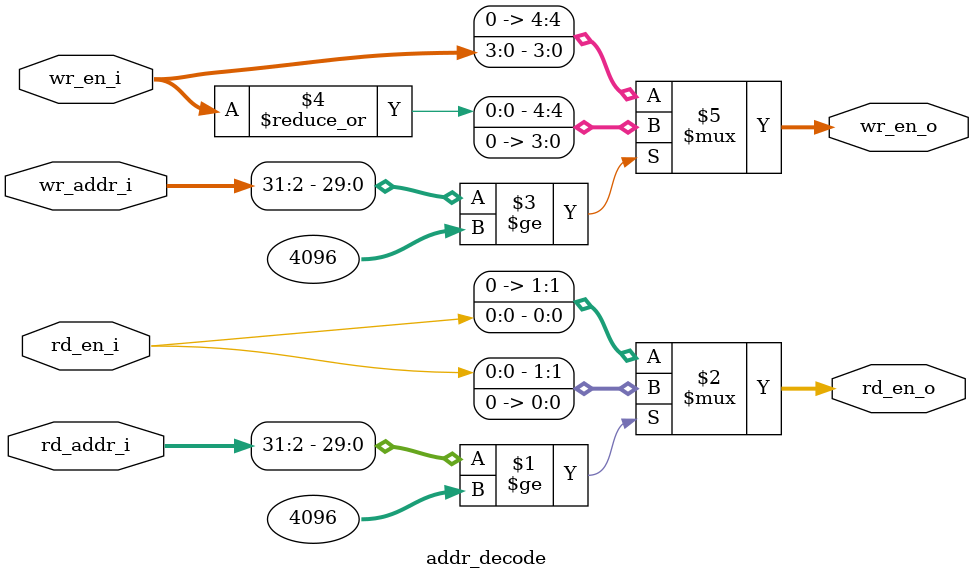
<source format=v>
/*  Ãû³Æ£ºaddr_decode
    ×÷ÓÃ£º¸ù¾ÝµØÖ·Ñ¡Ôñ·Ã´æÄ£¿é:0~4095 Êý¾Ý´æ´¢Æ÷    4096~4096+8 GPIO
    ÈÕÆÚ£º2024/11/29
    ×÷Õß£º¾°ÂÌ´¨ */
module addr_decode #(
    parameter DW = 'd32,
    parameter AW = 'd32,
    parameter ADDR_END1 = 'd4096
) (
    input rd_en_i,
    input [AW-1:0]rd_addr_i,
    
    input [3:0]wr_en_i,
    input [AW-1:0]wr_addr_i,

    output [1:0]rd_en_o,            // bit1:gpio rden    bit0:dataram rden
    output [4:0]wr_en_o             // bit4:gpio wren    bit3:0:dataram wren
);
    assign rd_en_o = rd_addr_i[AW-1:2] >= ADDR_END1 ? {rd_en_i,1'b0} : {1'b0,rd_en_i};
    assign wr_en_o = wr_addr_i[AW-1:2] >= ADDR_END1 ? {|wr_en_i,4'd0} : {1'b0,wr_en_i};

    
endmodule
</source>
